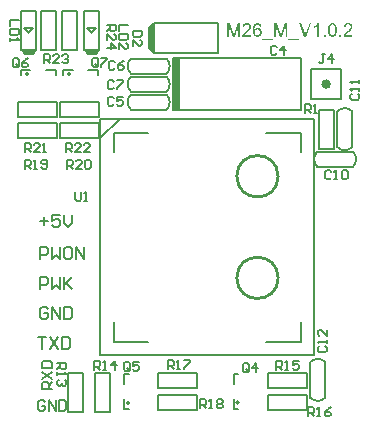
<source format=gto>
%FSLAX25Y25*%
%MOIN*%
G70*
G01*
G75*
G04 Layer_Color=65535*
%ADD10C,0.03150*%
%ADD11R,0.04299X0.02362*%
%ADD12O,0.09843X0.02756*%
%ADD13O,0.02756X0.09843*%
%ADD14R,0.03500X0.03000*%
%ADD15R,0.02362X0.04299*%
%ADD16R,0.03000X0.03500*%
%ADD17R,0.09449X0.10236*%
%ADD18R,0.04921X0.07874*%
%ADD19R,0.03937X0.04331*%
%ADD20R,0.04134X0.08661*%
%ADD21C,0.01000*%
%ADD22C,0.00800*%
%ADD23C,0.02000*%
%ADD24C,0.02500*%
%ADD25C,0.01500*%
%ADD26C,0.06000*%
%ADD27R,0.06000X0.06000*%
%ADD28C,0.02500*%
%ADD29R,0.01181X0.02165*%
%ADD30R,0.03150X0.05118*%
%ADD31R,0.11811X0.04213*%
%ADD32R,0.10236X0.09449*%
%ADD33R,0.37008X0.27559*%
%ADD34R,0.05906X0.06693*%
%ADD35C,0.01200*%
%ADD36C,0.06000*%
%ADD37C,0.04000*%
%ADD38C,0.00500*%
%ADD39C,0.01600*%
%ADD40C,0.00600*%
%ADD41R,0.01870X0.17323*%
%ADD42R,0.01181X0.08412*%
G36*
X104531Y128100D02*
X103978D01*
Y131611D01*
X103971Y131604D01*
X103944Y131577D01*
X103896Y131542D01*
X103834Y131494D01*
X103759Y131433D01*
X103671Y131372D01*
X103568Y131296D01*
X103452Y131228D01*
X103445D01*
X103438Y131221D01*
X103397Y131194D01*
X103336Y131160D01*
X103261Y131119D01*
X103172Y131071D01*
X103076Y131030D01*
X102974Y130982D01*
X102878Y130941D01*
Y131481D01*
X102885D01*
X102899Y131488D01*
X102926Y131501D01*
X102953Y131522D01*
X102994Y131542D01*
X103042Y131563D01*
X103151Y131624D01*
X103274Y131699D01*
X103411Y131788D01*
X103548Y131891D01*
X103677Y132000D01*
X103684Y132007D01*
X103691Y132014D01*
X103732Y132055D01*
X103793Y132116D01*
X103869Y132191D01*
X103951Y132287D01*
X104033Y132389D01*
X104108Y132499D01*
X104169Y132608D01*
X104531D01*
Y128100D01*
D02*
G37*
G36*
X106874D02*
X106245D01*
Y128728D01*
X106874D01*
Y128100D01*
D02*
G37*
G36*
X112099D02*
X111470D01*
Y128728D01*
X112099D01*
Y128100D01*
D02*
G37*
G36*
X80715Y132601D02*
X80769Y132594D01*
X80831Y132587D01*
X80899Y132580D01*
X80974Y132560D01*
X81138Y132519D01*
X81309Y132457D01*
X81398Y132417D01*
X81480Y132369D01*
X81555Y132307D01*
X81630Y132246D01*
X81637Y132239D01*
X81644Y132232D01*
X81664Y132212D01*
X81691Y132184D01*
X81719Y132143D01*
X81753Y132102D01*
X81821Y132000D01*
X81890Y131870D01*
X81951Y131720D01*
X81999Y131549D01*
X82006Y131454D01*
X82012Y131358D01*
Y131344D01*
Y131310D01*
X82006Y131255D01*
X81999Y131187D01*
X81985Y131105D01*
X81965Y131016D01*
X81937Y130921D01*
X81896Y130825D01*
X81890Y130812D01*
X81876Y130777D01*
X81849Y130729D01*
X81808Y130661D01*
X81760Y130579D01*
X81698Y130484D01*
X81616Y130388D01*
X81528Y130279D01*
X81514Y130265D01*
X81480Y130224D01*
X81418Y130163D01*
X81377Y130122D01*
X81330Y130074D01*
X81275Y130019D01*
X81207Y129958D01*
X81138Y129896D01*
X81063Y129821D01*
X80981Y129746D01*
X80886Y129664D01*
X80790Y129582D01*
X80681Y129487D01*
X80674Y129480D01*
X80660Y129466D01*
X80633Y129446D01*
X80599Y129418D01*
X80517Y129350D01*
X80414Y129261D01*
X80312Y129165D01*
X80203Y129070D01*
X80114Y128988D01*
X80080Y128954D01*
X80045Y128920D01*
X80039Y128913D01*
X80025Y128892D01*
X79998Y128865D01*
X79963Y128824D01*
X79888Y128735D01*
X79813Y128626D01*
X82019D01*
Y128100D01*
X79048D01*
Y128107D01*
Y128134D01*
Y128175D01*
X79055Y128223D01*
X79062Y128278D01*
X79069Y128339D01*
X79089Y128407D01*
X79110Y128476D01*
Y128482D01*
X79117Y128489D01*
X79130Y128530D01*
X79158Y128585D01*
X79199Y128667D01*
X79246Y128756D01*
X79315Y128858D01*
X79383Y128961D01*
X79472Y129070D01*
Y129077D01*
X79485Y129084D01*
X79520Y129124D01*
X79574Y129186D01*
X79656Y129268D01*
X79759Y129364D01*
X79882Y129480D01*
X80032Y129609D01*
X80196Y129753D01*
X80203Y129760D01*
X80230Y129780D01*
X80264Y129807D01*
X80312Y129855D01*
X80373Y129903D01*
X80442Y129965D01*
X80592Y130094D01*
X80756Y130251D01*
X80920Y130409D01*
X81002Y130484D01*
X81070Y130559D01*
X81132Y130634D01*
X81186Y130702D01*
Y130709D01*
X81200Y130716D01*
X81213Y130736D01*
X81227Y130764D01*
X81268Y130832D01*
X81316Y130921D01*
X81364Y131023D01*
X81405Y131132D01*
X81432Y131255D01*
X81446Y131372D01*
Y131378D01*
Y131385D01*
X81439Y131426D01*
X81432Y131488D01*
X81418Y131563D01*
X81384Y131652D01*
X81343Y131740D01*
X81289Y131836D01*
X81207Y131925D01*
X81193Y131932D01*
X81166Y131959D01*
X81111Y131993D01*
X81043Y132041D01*
X80954Y132082D01*
X80851Y132116D01*
X80729Y132143D01*
X80592Y132150D01*
X80551D01*
X80524Y132143D01*
X80455Y132136D01*
X80366Y132123D01*
X80264Y132089D01*
X80155Y132048D01*
X80052Y131986D01*
X79957Y131904D01*
X79950Y131891D01*
X79923Y131863D01*
X79882Y131809D01*
X79841Y131734D01*
X79793Y131638D01*
X79759Y131529D01*
X79731Y131399D01*
X79718Y131249D01*
X79151Y131310D01*
Y131317D01*
Y131337D01*
X79158Y131372D01*
X79164Y131413D01*
X79178Y131467D01*
X79185Y131529D01*
X79226Y131665D01*
X79281Y131822D01*
X79356Y131979D01*
X79458Y132136D01*
X79513Y132205D01*
X79581Y132273D01*
X79588Y132280D01*
X79602Y132287D01*
X79622Y132307D01*
X79649Y132328D01*
X79690Y132348D01*
X79738Y132382D01*
X79793Y132410D01*
X79854Y132444D01*
X79923Y132471D01*
X79998Y132505D01*
X80086Y132533D01*
X80175Y132553D01*
X80380Y132594D01*
X80489Y132601D01*
X80606Y132608D01*
X80667D01*
X80715Y132601D01*
D02*
G37*
G36*
X89382Y126857D02*
X85735D01*
Y127253D01*
X89382D01*
Y126857D01*
D02*
G37*
G36*
X98084D02*
X94436D01*
Y127253D01*
X98084D01*
Y126857D01*
D02*
G37*
G36*
X109271Y132601D02*
X109353Y132587D01*
X109449Y132574D01*
X109558Y132546D01*
X109667Y132505D01*
X109770Y132457D01*
X109783Y132451D01*
X109818Y132430D01*
X109865Y132396D01*
X109934Y132355D01*
X110002Y132294D01*
X110077Y132219D01*
X110152Y132136D01*
X110221Y132041D01*
X110227Y132027D01*
X110248Y131993D01*
X110282Y131932D01*
X110323Y131857D01*
X110364Y131761D01*
X110412Y131645D01*
X110459Y131515D01*
X110501Y131372D01*
Y131365D01*
X110507Y131351D01*
Y131331D01*
X110514Y131296D01*
X110528Y131262D01*
X110535Y131214D01*
X110541Y131153D01*
X110555Y131091D01*
X110562Y131016D01*
X110569Y130941D01*
X110582Y130852D01*
X110589Y130757D01*
X110596Y130654D01*
Y130552D01*
X110603Y130313D01*
Y130306D01*
Y130279D01*
Y130238D01*
Y130183D01*
X110596Y130115D01*
Y130040D01*
X110589Y129951D01*
X110582Y129855D01*
X110562Y129650D01*
X110535Y129439D01*
X110494Y129227D01*
X110466Y129131D01*
X110439Y129036D01*
Y129029D01*
X110432Y129015D01*
X110425Y128988D01*
X110412Y128954D01*
X110391Y128913D01*
X110371Y128872D01*
X110316Y128762D01*
X110248Y128640D01*
X110166Y128517D01*
X110070Y128394D01*
X109954Y128284D01*
X109947D01*
X109940Y128271D01*
X109920Y128264D01*
X109899Y128243D01*
X109824Y128202D01*
X109736Y128155D01*
X109613Y128107D01*
X109476Y128066D01*
X109319Y128039D01*
X109141Y128025D01*
X109080D01*
X109032Y128032D01*
X108977Y128039D01*
X108916Y128052D01*
X108848Y128066D01*
X108773Y128079D01*
X108609Y128134D01*
X108520Y128175D01*
X108438Y128216D01*
X108349Y128271D01*
X108267Y128332D01*
X108192Y128401D01*
X108117Y128482D01*
X108110Y128489D01*
X108096Y128510D01*
X108076Y128544D01*
X108048Y128592D01*
X108014Y128653D01*
X107980Y128728D01*
X107939Y128817D01*
X107898Y128926D01*
X107857Y129042D01*
X107816Y129179D01*
X107782Y129329D01*
X107748Y129493D01*
X107721Y129678D01*
X107700Y129869D01*
X107686Y130087D01*
X107680Y130313D01*
Y130320D01*
Y130347D01*
Y130388D01*
Y130443D01*
X107686Y130511D01*
Y130586D01*
X107693Y130675D01*
X107700Y130771D01*
X107721Y130975D01*
X107748Y131187D01*
X107782Y131399D01*
X107809Y131494D01*
X107837Y131590D01*
Y131597D01*
X107844Y131611D01*
X107857Y131638D01*
X107871Y131672D01*
X107885Y131713D01*
X107905Y131761D01*
X107960Y131870D01*
X108028Y131993D01*
X108110Y132116D01*
X108206Y132232D01*
X108322Y132341D01*
X108328D01*
X108335Y132355D01*
X108356Y132369D01*
X108383Y132382D01*
X108451Y132423D01*
X108547Y132478D01*
X108663Y132526D01*
X108807Y132567D01*
X108964Y132594D01*
X109141Y132608D01*
X109203D01*
X109271Y132601D01*
D02*
G37*
G36*
X78393Y128100D02*
X77819D01*
Y131857D01*
X76508Y128100D01*
X75975D01*
X74684Y131918D01*
Y128100D01*
X74110D01*
Y132587D01*
X74998D01*
X76064Y129411D01*
Y129404D01*
X76070Y129391D01*
X76077Y129370D01*
X76084Y129336D01*
X76111Y129261D01*
X76146Y129165D01*
X76180Y129056D01*
X76214Y128947D01*
X76248Y128838D01*
X76275Y128749D01*
X76282Y128762D01*
X76289Y128797D01*
X76310Y128851D01*
X76337Y128926D01*
X76364Y129029D01*
X76405Y129152D01*
X76460Y129295D01*
X76514Y129466D01*
X77587Y132587D01*
X78393D01*
Y128100D01*
D02*
G37*
G36*
X94061D02*
X93487D01*
Y131857D01*
X92176Y128100D01*
X91643D01*
X90352Y131918D01*
Y128100D01*
X89778D01*
Y132587D01*
X90666D01*
X91732Y129411D01*
Y129404D01*
X91738Y129391D01*
X91745Y129370D01*
X91752Y129336D01*
X91779Y129261D01*
X91814Y129165D01*
X91848Y129056D01*
X91882Y128947D01*
X91916Y128838D01*
X91943Y128749D01*
X91950Y128762D01*
X91957Y128797D01*
X91978Y128851D01*
X92005Y128926D01*
X92032Y129029D01*
X92073Y129152D01*
X92128Y129295D01*
X92182Y129466D01*
X93255Y132587D01*
X94061D01*
Y128100D01*
D02*
G37*
G36*
X84280Y132601D02*
X84321D01*
X84376Y132594D01*
X84499Y132574D01*
X84635Y132533D01*
X84779Y132478D01*
X84922Y132410D01*
X84990Y132362D01*
X85059Y132307D01*
X85066D01*
X85072Y132294D01*
X85113Y132253D01*
X85168Y132184D01*
X85236Y132096D01*
X85311Y131979D01*
X85373Y131843D01*
X85434Y131679D01*
X85469Y131494D01*
X84922Y131454D01*
Y131460D01*
Y131467D01*
X84908Y131508D01*
X84888Y131563D01*
X84868Y131631D01*
X84799Y131788D01*
X84758Y131857D01*
X84710Y131918D01*
X84704Y131932D01*
X84669Y131959D01*
X84622Y131993D01*
X84560Y132041D01*
X84478Y132082D01*
X84383Y132123D01*
X84273Y132150D01*
X84157Y132157D01*
X84109D01*
X84061Y132150D01*
X84000Y132136D01*
X83925Y132123D01*
X83843Y132096D01*
X83768Y132055D01*
X83686Y132007D01*
X83672Y132000D01*
X83645Y131973D01*
X83597Y131925D01*
X83543Y131863D01*
X83474Y131788D01*
X83406Y131693D01*
X83338Y131577D01*
X83276Y131447D01*
Y131440D01*
X83269Y131433D01*
X83262Y131406D01*
X83256Y131378D01*
X83242Y131344D01*
X83228Y131296D01*
X83215Y131242D01*
X83201Y131180D01*
X83187Y131112D01*
X83174Y131037D01*
X83160Y130948D01*
X83146Y130859D01*
X83139Y130757D01*
X83133Y130648D01*
X83126Y130532D01*
Y130415D01*
X83133Y130422D01*
X83160Y130456D01*
X83201Y130511D01*
X83262Y130579D01*
X83331Y130654D01*
X83413Y130729D01*
X83508Y130798D01*
X83611Y130859D01*
X83624Y130866D01*
X83659Y130880D01*
X83720Y130907D01*
X83795Y130934D01*
X83884Y130962D01*
X83986Y130989D01*
X84096Y131003D01*
X84212Y131010D01*
X84266D01*
X84307Y131003D01*
X84355Y130996D01*
X84410Y130989D01*
X84540Y130962D01*
X84683Y130907D01*
X84765Y130880D01*
X84840Y130839D01*
X84922Y130791D01*
X85004Y130736D01*
X85079Y130675D01*
X85154Y130600D01*
X85161Y130593D01*
X85168Y130579D01*
X85189Y130559D01*
X85216Y130525D01*
X85243Y130484D01*
X85277Y130436D01*
X85311Y130381D01*
X85352Y130320D01*
X85387Y130245D01*
X85421Y130169D01*
X85455Y130081D01*
X85482Y129992D01*
X85510Y129890D01*
X85530Y129787D01*
X85537Y129671D01*
X85544Y129555D01*
Y129548D01*
Y129534D01*
Y129514D01*
Y129487D01*
X85537Y129446D01*
Y129404D01*
X85523Y129295D01*
X85496Y129179D01*
X85469Y129042D01*
X85421Y128906D01*
X85359Y128769D01*
Y128762D01*
X85352Y128756D01*
X85339Y128735D01*
X85325Y128708D01*
X85284Y128646D01*
X85229Y128564D01*
X85154Y128476D01*
X85066Y128387D01*
X84970Y128298D01*
X84854Y128216D01*
X84840Y128209D01*
X84799Y128189D01*
X84731Y128155D01*
X84649Y128121D01*
X84540Y128086D01*
X84417Y128052D01*
X84280Y128032D01*
X84137Y128025D01*
X84109D01*
X84068Y128032D01*
X84021D01*
X83966Y128039D01*
X83898Y128052D01*
X83823Y128066D01*
X83741Y128086D01*
X83652Y128114D01*
X83556Y128148D01*
X83467Y128189D01*
X83372Y128237D01*
X83276Y128298D01*
X83180Y128366D01*
X83092Y128442D01*
X83010Y128530D01*
X83003Y128537D01*
X82989Y128558D01*
X82969Y128585D01*
X82941Y128626D01*
X82907Y128681D01*
X82873Y128749D01*
X82832Y128831D01*
X82798Y128926D01*
X82757Y129036D01*
X82716Y129159D01*
X82682Y129295D01*
X82648Y129446D01*
X82620Y129609D01*
X82600Y129794D01*
X82586Y129985D01*
X82579Y130197D01*
Y130204D01*
Y130210D01*
Y130231D01*
Y130251D01*
Y130320D01*
X82586Y130409D01*
X82593Y130518D01*
X82607Y130641D01*
X82620Y130777D01*
X82641Y130921D01*
X82661Y131078D01*
X82696Y131235D01*
X82736Y131392D01*
X82784Y131542D01*
X82839Y131699D01*
X82901Y131836D01*
X82976Y131973D01*
X83057Y132089D01*
X83064Y132096D01*
X83078Y132109D01*
X83099Y132136D01*
X83133Y132171D01*
X83180Y132212D01*
X83228Y132253D01*
X83290Y132300D01*
X83358Y132348D01*
X83433Y132396D01*
X83522Y132444D01*
X83611Y132485D01*
X83713Y132526D01*
X83823Y132560D01*
X83939Y132587D01*
X84061Y132601D01*
X84191Y132608D01*
X84239D01*
X84280Y132601D01*
D02*
G37*
G36*
X100385Y128100D02*
X99777D01*
X98036Y132587D01*
X98685D01*
X99846Y129329D01*
Y129323D01*
X99853Y129309D01*
X99859Y129288D01*
X99873Y129261D01*
X99893Y129186D01*
X99928Y129090D01*
X99969Y128974D01*
X100010Y128851D01*
X100085Y128592D01*
Y128599D01*
X100092Y128605D01*
X100098Y128626D01*
X100105Y128653D01*
X100126Y128728D01*
X100153Y128824D01*
X100187Y128933D01*
X100228Y129056D01*
X100276Y129193D01*
X100324Y129329D01*
X101540Y132587D01*
X102141D01*
X100385Y128100D01*
D02*
G37*
G36*
X114496Y132601D02*
X114551Y132594D01*
X114612Y132587D01*
X114680Y132580D01*
X114756Y132560D01*
X114919Y132519D01*
X115090Y132457D01*
X115179Y132417D01*
X115261Y132369D01*
X115336Y132307D01*
X115411Y132246D01*
X115418Y132239D01*
X115425Y132232D01*
X115445Y132212D01*
X115473Y132184D01*
X115500Y132143D01*
X115534Y132102D01*
X115603Y132000D01*
X115671Y131870D01*
X115732Y131720D01*
X115780Y131549D01*
X115787Y131454D01*
X115794Y131358D01*
Y131344D01*
Y131310D01*
X115787Y131255D01*
X115780Y131187D01*
X115766Y131105D01*
X115746Y131016D01*
X115719Y130921D01*
X115678Y130825D01*
X115671Y130812D01*
X115657Y130777D01*
X115630Y130729D01*
X115589Y130661D01*
X115541Y130579D01*
X115480Y130484D01*
X115398Y130388D01*
X115309Y130279D01*
X115295Y130265D01*
X115261Y130224D01*
X115199Y130163D01*
X115158Y130122D01*
X115111Y130074D01*
X115056Y130019D01*
X114988Y129958D01*
X114919Y129896D01*
X114844Y129821D01*
X114762Y129746D01*
X114667Y129664D01*
X114571Y129582D01*
X114462Y129487D01*
X114455Y129480D01*
X114441Y129466D01*
X114414Y129446D01*
X114380Y129418D01*
X114298Y129350D01*
X114196Y129261D01*
X114093Y129165D01*
X113984Y129070D01*
X113895Y128988D01*
X113861Y128954D01*
X113827Y128920D01*
X113820Y128913D01*
X113806Y128892D01*
X113779Y128865D01*
X113745Y128824D01*
X113670Y128735D01*
X113594Y128626D01*
X115801D01*
Y128100D01*
X112829D01*
Y128107D01*
Y128134D01*
Y128175D01*
X112836Y128223D01*
X112843Y128278D01*
X112850Y128339D01*
X112871Y128407D01*
X112891Y128476D01*
Y128482D01*
X112898Y128489D01*
X112911Y128530D01*
X112939Y128585D01*
X112980Y128667D01*
X113028Y128756D01*
X113096Y128858D01*
X113164Y128961D01*
X113253Y129070D01*
Y129077D01*
X113267Y129084D01*
X113301Y129124D01*
X113355Y129186D01*
X113437Y129268D01*
X113540Y129364D01*
X113663Y129480D01*
X113813Y129609D01*
X113977Y129753D01*
X113984Y129760D01*
X114011Y129780D01*
X114045Y129807D01*
X114093Y129855D01*
X114155Y129903D01*
X114223Y129965D01*
X114373Y130094D01*
X114537Y130251D01*
X114701Y130409D01*
X114783Y130484D01*
X114851Y130559D01*
X114913Y130634D01*
X114967Y130702D01*
Y130709D01*
X114981Y130716D01*
X114995Y130736D01*
X115008Y130764D01*
X115049Y130832D01*
X115097Y130921D01*
X115145Y131023D01*
X115186Y131132D01*
X115213Y131255D01*
X115227Y131372D01*
Y131378D01*
Y131385D01*
X115220Y131426D01*
X115213Y131488D01*
X115199Y131563D01*
X115165Y131652D01*
X115124Y131740D01*
X115070Y131836D01*
X114988Y131925D01*
X114974Y131932D01*
X114947Y131959D01*
X114892Y131993D01*
X114824Y132041D01*
X114735Y132082D01*
X114633Y132116D01*
X114510Y132143D01*
X114373Y132150D01*
X114332D01*
X114305Y132143D01*
X114236Y132136D01*
X114148Y132123D01*
X114045Y132089D01*
X113936Y132048D01*
X113833Y131986D01*
X113738Y131904D01*
X113731Y131891D01*
X113704Y131863D01*
X113663Y131809D01*
X113622Y131734D01*
X113574Y131638D01*
X113540Y131529D01*
X113513Y131399D01*
X113499Y131249D01*
X112932Y131310D01*
Y131317D01*
Y131337D01*
X112939Y131372D01*
X112946Y131413D01*
X112959Y131467D01*
X112966Y131529D01*
X113007Y131665D01*
X113062Y131822D01*
X113137Y131979D01*
X113239Y132136D01*
X113294Y132205D01*
X113362Y132273D01*
X113369Y132280D01*
X113383Y132287D01*
X113403Y132307D01*
X113431Y132328D01*
X113471Y132348D01*
X113519Y132382D01*
X113574Y132410D01*
X113635Y132444D01*
X113704Y132471D01*
X113779Y132505D01*
X113868Y132533D01*
X113956Y132553D01*
X114161Y132594D01*
X114271Y132601D01*
X114387Y132608D01*
X114448D01*
X114496Y132601D01*
D02*
G37*
%LPC*%
G36*
X84102Y130525D02*
X84068D01*
X84041Y130518D01*
X83973Y130511D01*
X83884Y130491D01*
X83788Y130456D01*
X83679Y130409D01*
X83577Y130340D01*
X83474Y130251D01*
X83460Y130238D01*
X83433Y130204D01*
X83392Y130142D01*
X83344Y130067D01*
X83297Y129965D01*
X83256Y129842D01*
X83228Y129705D01*
X83215Y129548D01*
Y129534D01*
Y129500D01*
X83222Y129446D01*
X83228Y129377D01*
X83242Y129288D01*
X83262Y129200D01*
X83290Y129104D01*
X83331Y129002D01*
X83338Y128988D01*
X83351Y128961D01*
X83378Y128913D01*
X83420Y128858D01*
X83467Y128790D01*
X83522Y128728D01*
X83590Y128660D01*
X83665Y128605D01*
X83672Y128599D01*
X83706Y128585D01*
X83747Y128564D01*
X83802Y128544D01*
X83870Y128517D01*
X83952Y128496D01*
X84034Y128482D01*
X84123Y128476D01*
X84157D01*
X84184Y128482D01*
X84246Y128489D01*
X84335Y128510D01*
X84424Y128544D01*
X84526Y128592D01*
X84628Y128660D01*
X84724Y128756D01*
X84738Y128769D01*
X84765Y128810D01*
X84806Y128872D01*
X84854Y128954D01*
X84895Y129063D01*
X84936Y129200D01*
X84963Y129350D01*
X84977Y129521D01*
Y129527D01*
Y129541D01*
Y129569D01*
X84970Y129596D01*
Y129637D01*
X84963Y129685D01*
X84949Y129787D01*
X84915Y129903D01*
X84874Y130026D01*
X84813Y130142D01*
X84731Y130251D01*
X84717Y130265D01*
X84690Y130292D01*
X84635Y130340D01*
X84560Y130388D01*
X84471Y130436D01*
X84362Y130484D01*
X84239Y130511D01*
X84102Y130525D01*
D02*
G37*
G36*
X109134Y132150D02*
X109100D01*
X109073Y132143D01*
X109005Y132136D01*
X108916Y132109D01*
X108820Y132068D01*
X108718Y132014D01*
X108615Y131932D01*
X108568Y131877D01*
X108527Y131822D01*
Y131816D01*
X108513Y131802D01*
X108499Y131774D01*
X108486Y131740D01*
X108465Y131693D01*
X108438Y131638D01*
X108411Y131563D01*
X108390Y131481D01*
X108363Y131385D01*
X108335Y131276D01*
X108315Y131153D01*
X108288Y131010D01*
X108274Y130859D01*
X108260Y130695D01*
X108247Y130511D01*
Y130313D01*
Y130299D01*
Y130265D01*
Y130210D01*
X108253Y130135D01*
Y130047D01*
X108260Y129944D01*
X108267Y129828D01*
X108281Y129712D01*
X108308Y129466D01*
X108356Y129220D01*
X108383Y129111D01*
X108417Y129008D01*
X108458Y128913D01*
X108499Y128838D01*
Y128831D01*
X108513Y128824D01*
X108547Y128783D01*
X108602Y128721D01*
X108677Y128660D01*
X108773Y128592D01*
X108882Y128530D01*
X109005Y128489D01*
X109073Y128482D01*
X109141Y128476D01*
X109176D01*
X109203Y128482D01*
X109271Y128496D01*
X109360Y128524D01*
X109462Y128564D01*
X109565Y128626D01*
X109619Y128667D01*
X109674Y128721D01*
X109729Y128776D01*
X109776Y128838D01*
Y128844D01*
X109790Y128858D01*
X109804Y128879D01*
X109818Y128913D01*
X109838Y128954D01*
X109859Y129015D01*
X109879Y129084D01*
X109906Y129159D01*
X109934Y129254D01*
X109954Y129357D01*
X109975Y129480D01*
X109995Y129616D01*
X110016Y129766D01*
X110022Y129930D01*
X110036Y130115D01*
Y130313D01*
Y130327D01*
Y130361D01*
Y130415D01*
X110029Y130491D01*
Y130579D01*
X110022Y130682D01*
X110016Y130791D01*
X110002Y130914D01*
X109975Y131160D01*
X109927Y131399D01*
X109899Y131515D01*
X109865Y131617D01*
X109824Y131706D01*
X109776Y131781D01*
Y131788D01*
X109763Y131795D01*
X109729Y131836D01*
X109674Y131897D01*
X109599Y131966D01*
X109503Y132034D01*
X109394Y132096D01*
X109271Y132136D01*
X109203Y132143D01*
X109134Y132150D01*
D02*
G37*
%LPD*%
D21*
X91032Y47675D02*
G03*
X91032Y47675I-6890J0D01*
G01*
Y81533D02*
G03*
X91032Y81533I-6890J0D01*
G01*
D22*
X36308Y96100D02*
X47725D01*
X36308Y89604D02*
Y96100D01*
X98513Y26415D02*
Y32911D01*
X87095Y26415D02*
X98513D01*
X36308D02*
X47725D01*
X36308D02*
Y32911D01*
X98513Y89604D02*
Y96100D01*
X87095D02*
X98513D01*
X31780Y94198D02*
X38210Y100628D01*
X31780D02*
X103040D01*
Y21887D02*
Y100628D01*
X31780Y21887D02*
Y100628D01*
Y21887D02*
X103040D01*
X48138Y124158D02*
X49559Y122736D01*
X48198Y131217D02*
X49559Y132579D01*
X49619D01*
X48198Y130217D02*
Y131158D01*
X49559Y122736D02*
X51749D01*
X48138Y124158D02*
Y131158D01*
X49619Y122736D02*
Y132579D01*
X70879Y122736D02*
Y132557D01*
X49619Y132579D02*
X70879D01*
X49619Y122736D02*
X70879D01*
X101910Y117360D02*
X112146D01*
Y107124D02*
Y117360D01*
X101910Y107124D02*
X112146D01*
X101910D02*
Y117360D01*
D38*
X41567Y6000D02*
G03*
X41567Y6000I-500J0D01*
G01*
X7853Y115701D02*
G03*
X7853Y115701I-500J0D01*
G01*
X106724Y19632D02*
G03*
X101774Y19632I-2475J-2475D01*
G01*
Y7683D02*
G03*
X106724Y7683I2475J2475D01*
G01*
X115703Y103217D02*
G03*
X110754Y103217I-2475J-2475D01*
G01*
Y91267D02*
G03*
X115703Y91267I2475J2475D01*
G01*
X104053Y89717D02*
G03*
X104053Y84767I2475J-2475D01*
G01*
X116003D02*
G03*
X116003Y89717I-2475J2475D01*
G01*
X41935Y114732D02*
G03*
X41935Y109783I2475J-2475D01*
G01*
X53885D02*
G03*
X53885Y114732I-2475J2475D01*
G01*
X41935Y120732D02*
G03*
X41935Y115783I2475J-2475D01*
G01*
X53885D02*
G03*
X53885Y120732I-2475J2475D01*
G01*
X41935Y108732D02*
G03*
X41935Y103783I2475J-2475D01*
G01*
X53885D02*
G03*
X53885Y108732I-2475J2475D01*
G01*
X21910Y115701D02*
G03*
X21910Y115701I-500J0D01*
G01*
X77967Y6000D02*
G03*
X77967Y6000I-500J0D01*
G01*
X39811Y12352D02*
Y15646D01*
X41386D01*
X39811Y3835D02*
Y7128D01*
Y3835D02*
X41386D01*
X4353Y99158D02*
X17353D01*
X4353Y94157D02*
X17353D01*
Y99158D01*
X4353Y94157D02*
Y99158D01*
X13705Y116957D02*
X16998D01*
Y115382D02*
Y116957D01*
X5187D02*
X8480D01*
X5187Y115382D02*
Y116957D01*
X30110Y3000D02*
X35110D01*
X30110Y16000D02*
X35110D01*
Y3000D02*
Y16000D01*
X30110Y3000D02*
Y16000D01*
X51110Y3500D02*
Y8500D01*
X64110Y3500D02*
Y8500D01*
X51110Y3500D02*
X64110D01*
X51110Y8500D02*
X64110D01*
X51110Y10980D02*
Y15980D01*
X64110Y10980D02*
Y15980D01*
X51110Y10980D02*
X64110D01*
X51110Y15980D02*
X64110D01*
X23910Y123758D02*
Y136758D01*
X18910Y123758D02*
Y136758D01*
Y123758D02*
X23910D01*
X18910Y136758D02*
X23910D01*
X16910Y123758D02*
Y136758D01*
X11910Y123758D02*
Y136758D01*
Y123758D02*
X16910D01*
X11910Y136758D02*
X16910D01*
X27795Y122372D02*
X30175D01*
X31410Y123608D01*
Y123758D01*
X29015Y129517D02*
X30428Y130930D01*
X27469D02*
X28949Y129451D01*
X27447Y130930D02*
X30447D01*
X26410Y123758D02*
Y136758D01*
X31410Y123758D02*
Y136758D01*
X26410D02*
X31410D01*
X26410Y123758D02*
X31410D01*
X27656Y122713D02*
X30516D01*
X27183Y123187D02*
X30989D01*
X31410Y123608D01*
X30516Y122713D02*
X30989Y123187D01*
X27183D02*
X27656Y122713D01*
X26552Y123616D02*
X31410D01*
X26552D02*
X27795Y122372D01*
X6795D02*
X9175D01*
X10410Y123608D01*
Y123758D01*
X8015Y129517D02*
X9428Y130930D01*
X6469D02*
X7949Y129451D01*
X6447Y130930D02*
X9447D01*
X5410Y123758D02*
Y136758D01*
X10410Y123758D02*
Y136758D01*
X5410D02*
X10410D01*
X5410Y123758D02*
X10410D01*
X6656Y122713D02*
X9516D01*
X6183Y123187D02*
X9989D01*
X10410Y123608D01*
X9516Y122713D02*
X9989Y123187D01*
X6183D02*
X6656Y122713D01*
X5552Y123616D02*
X10410D01*
X5552D02*
X6795Y122372D01*
X56101Y120919D02*
X57971D01*
X56101Y103596D02*
X57971D01*
X56101D02*
Y120919D01*
X98691Y103596D02*
Y120919D01*
X57971Y103596D02*
Y120919D01*
Y103596D02*
X98691D01*
X57971Y120919D02*
X98691D01*
X101749Y7757D02*
Y19557D01*
X106749Y7757D02*
Y19557D01*
X21110Y3000D02*
X26110D01*
X21110Y16000D02*
X26110D01*
Y3000D02*
Y16000D01*
X21110Y3000D02*
Y16000D01*
X104528Y103742D02*
X109528D01*
X104528Y90742D02*
X109528D01*
X104528D02*
Y103742D01*
X109528Y90742D02*
Y103742D01*
X110728Y91342D02*
Y103142D01*
X115728Y91342D02*
Y103142D01*
X104128Y84742D02*
X115928D01*
X104128Y89742D02*
X115928D01*
X87510Y8500D02*
X100510D01*
X87510Y3500D02*
X100510D01*
Y8500D01*
X87510Y3500D02*
Y8500D01*
Y15980D02*
X100510D01*
X87510Y10980D02*
X100510D01*
Y15980D01*
X87510Y10980D02*
Y15980D01*
X42010Y109757D02*
X53810D01*
X42010Y114758D02*
X53810D01*
X42010Y115758D02*
X53810D01*
X42010Y120757D02*
X53810D01*
X42010Y103758D02*
X53810D01*
X42010Y108757D02*
X53810D01*
X19245Y115382D02*
Y116957D01*
X22538D01*
X31056Y115382D02*
Y116957D01*
X27763D02*
X31056D01*
X31410Y101157D02*
Y106158D01*
X18410Y101157D02*
Y106158D01*
X31410D01*
X18410Y101157D02*
X31410D01*
X18410Y94157D02*
Y99158D01*
X31410Y94157D02*
Y99158D01*
X18410Y94157D02*
X31410D01*
X18410Y99158D02*
X31410D01*
X17353Y101157D02*
Y106158D01*
X4353Y101157D02*
Y106158D01*
X17353D01*
X4353Y101157D02*
X17353D01*
X76211Y3835D02*
X77786D01*
X76211D02*
Y7128D01*
Y15646D02*
X77786D01*
X76211Y12352D02*
Y15646D01*
X23410Y76357D02*
Y73857D01*
X23910Y73357D01*
X24910D01*
X25410Y73857D01*
Y76357D01*
X26409Y73357D02*
X27409D01*
X26909D01*
Y76357D01*
X26409Y75857D01*
X4499Y118400D02*
Y120399D01*
X3999Y120899D01*
X3000D01*
X2500Y120399D01*
Y118400D01*
X3000Y117900D01*
X3999D01*
X3500Y118900D02*
X4499Y117900D01*
X3999D02*
X4499Y118400D01*
X7498Y120899D02*
X6499Y120399D01*
X5499Y119399D01*
Y118400D01*
X5999Y117900D01*
X6999D01*
X7498Y118400D01*
Y118900D01*
X6999Y119399D01*
X5499D01*
X65010Y4285D02*
Y7284D01*
X66510D01*
X67010Y6784D01*
Y5785D01*
X66510Y5285D01*
X65010D01*
X66010D02*
X67010Y4285D01*
X68009D02*
X69009D01*
X68509D01*
Y7284D01*
X68009Y6784D01*
X70508D02*
X71008Y7284D01*
X72008D01*
X72508Y6784D01*
Y6284D01*
X72008Y5785D01*
X72508Y5285D01*
Y4785D01*
X72008Y4285D01*
X71008D01*
X70508Y4785D01*
Y5285D01*
X71008Y5785D01*
X70508Y6284D01*
Y6784D01*
X71008Y5785D02*
X72008D01*
X54249Y17157D02*
Y20156D01*
X55748D01*
X56248Y19657D01*
Y18657D01*
X55748Y18157D01*
X54249D01*
X55248D02*
X56248Y17157D01*
X57248D02*
X58248D01*
X57748D01*
Y20156D01*
X57248Y19657D01*
X59747Y20156D02*
X61746D01*
Y19657D01*
X59747Y17657D01*
Y17157D01*
X29700Y17000D02*
Y19999D01*
X31199D01*
X31699Y19499D01*
Y18499D01*
X31199Y18000D01*
X29700D01*
X30700D02*
X31699Y17000D01*
X32699D02*
X33699D01*
X33199D01*
Y19999D01*
X32699Y19499D01*
X36698Y17000D02*
Y19999D01*
X35198Y18499D01*
X37198D01*
X41510Y17200D02*
Y19199D01*
X41010Y19699D01*
X40010D01*
X39510Y19199D01*
Y17200D01*
X40010Y16700D01*
X41010D01*
X40510Y17700D02*
X41510Y16700D01*
X41010D02*
X41510Y17200D01*
X44509Y19699D02*
X42509D01*
Y18200D01*
X43509Y18699D01*
X44009D01*
X44509Y18200D01*
Y17200D01*
X44009Y16700D01*
X43009D01*
X42509Y17200D01*
X33850Y131934D02*
X36849D01*
Y130435D01*
X36349Y129935D01*
X35350D01*
X34850Y130435D01*
Y131934D01*
Y130934D02*
X33850Y129935D01*
Y126936D02*
Y128935D01*
X35849Y126936D01*
X36349D01*
X36849Y127436D01*
Y128435D01*
X36349Y128935D01*
X33850Y124436D02*
X36849D01*
X35350Y125936D01*
Y123937D01*
X13100Y119200D02*
Y122199D01*
X14600D01*
X15099Y121699D01*
Y120700D01*
X14600Y120200D01*
X13100D01*
X14100D02*
X15099Y119200D01*
X18098D02*
X16099D01*
X18098Y121199D01*
Y121699D01*
X17599Y122199D01*
X16599D01*
X16099Y121699D01*
X19098D02*
X19598Y122199D01*
X20598D01*
X21097Y121699D01*
Y121199D01*
X20598Y120700D01*
X20098D01*
X20598D01*
X21097Y120200D01*
Y119700D01*
X20598Y119200D01*
X19598D01*
X19098Y119700D01*
X106528Y122221D02*
X105528D01*
X106028D01*
Y119722D01*
X105528Y119222D01*
X105028D01*
X104528Y119722D01*
X109027Y119222D02*
Y122221D01*
X107527Y120722D01*
X109527D01*
X101110Y1600D02*
Y4599D01*
X102610D01*
X103110Y4099D01*
Y3100D01*
X102610Y2600D01*
X101110D01*
X102110D02*
X103110Y1600D01*
X104109D02*
X105109D01*
X104609D01*
Y4599D01*
X104109Y4099D01*
X108608Y4599D02*
X107608Y4099D01*
X106608Y3100D01*
Y2100D01*
X107108Y1600D01*
X108108D01*
X108608Y2100D01*
Y2600D01*
X108108Y3100D01*
X106608D01*
X90400Y17000D02*
Y19999D01*
X91900D01*
X92399Y19499D01*
Y18499D01*
X91900Y18000D01*
X90400D01*
X91400D02*
X92399Y17000D01*
X93399D02*
X94399D01*
X93899D01*
Y19999D01*
X93399Y19499D01*
X97898Y19999D02*
X95898D01*
Y18499D01*
X96898Y18999D01*
X97398D01*
X97898Y18499D01*
Y17500D01*
X97398Y17000D01*
X96398D01*
X95898Y17500D01*
X17410Y19200D02*
X20409D01*
Y17700D01*
X19909Y17201D01*
X18910D01*
X18410Y17700D01*
Y19200D01*
Y18200D02*
X17410Y17201D01*
Y16201D02*
Y15201D01*
Y15701D01*
X20409D01*
X19909Y16201D01*
Y13702D02*
X20409Y13202D01*
Y12202D01*
X19909Y11702D01*
X19410D01*
X18910Y12202D01*
Y12702D01*
Y12202D01*
X18410Y11702D01*
X17910D01*
X17410Y12202D01*
Y13202D01*
X17910Y13702D01*
X90610Y124599D02*
X90110Y125099D01*
X89110D01*
X88610Y124599D01*
Y122600D01*
X89110Y122100D01*
X90110D01*
X90610Y122600D01*
X93109Y122100D02*
Y125099D01*
X91609Y123600D01*
X93609D01*
X104811Y24799D02*
X104311Y24299D01*
Y23300D01*
X104811Y22800D01*
X106810D01*
X107310Y23300D01*
Y24299D01*
X106810Y24799D01*
X107310Y25799D02*
Y26799D01*
Y26299D01*
X104311D01*
X104811Y25799D01*
X107310Y30298D02*
Y28298D01*
X105311Y30298D01*
X104811D01*
X104311Y29798D01*
Y28798D01*
X104811Y28298D01*
X108810Y83099D02*
X108310Y83599D01*
X107310D01*
X106810Y83099D01*
Y81100D01*
X107310Y80600D01*
X108310D01*
X108810Y81100D01*
X109809Y80600D02*
X110809D01*
X110309D01*
Y83599D01*
X109809Y83099D01*
X112309D02*
X112808Y83599D01*
X113808D01*
X114308Y83099D01*
Y81100D01*
X113808Y80600D01*
X112808D01*
X112309Y81100D01*
Y83099D01*
X115611Y108999D02*
X115111Y108500D01*
Y107500D01*
X115611Y107000D01*
X117610D01*
X118110Y107500D01*
Y108500D01*
X117610Y108999D01*
X118110Y109999D02*
Y110999D01*
Y110499D01*
X115111D01*
X115611Y109999D01*
X118110Y112498D02*
Y113498D01*
Y112998D01*
X115111D01*
X115611Y112498D01*
X40899Y131800D02*
X37900D01*
Y129801D01*
X40899Y128801D02*
X37900D01*
Y127301D01*
X38400Y126802D01*
X40399D01*
X40899Y127301D01*
Y128801D01*
X37900Y123803D02*
Y125802D01*
X39899Y123803D01*
X40399D01*
X40899Y124302D01*
Y125302D01*
X40399Y125802D01*
X4499Y133500D02*
X1500D01*
Y131501D01*
X4499Y130501D02*
X1500D01*
Y129001D01*
X2000Y128502D01*
X3999D01*
X4499Y129001D01*
Y130501D01*
X1500Y127502D02*
Y126502D01*
Y127002D01*
X4499D01*
X3999Y127502D01*
X99910Y102500D02*
Y105499D01*
X101410D01*
X101910Y104999D01*
Y103999D01*
X101410Y103500D01*
X99910D01*
X100910D02*
X101910Y102500D01*
X102909D02*
X103909D01*
X103409D01*
Y105499D01*
X102909Y104999D01*
X45599Y130100D02*
X42600D01*
Y128601D01*
X43100Y128101D01*
X45099D01*
X45599Y128601D01*
Y130100D01*
X42600Y125102D02*
Y127101D01*
X44599Y125102D01*
X45099D01*
X45599Y125601D01*
Y126601D01*
X45099Y127101D01*
X36299Y112999D02*
X35800Y113499D01*
X34800D01*
X34300Y112999D01*
Y111000D01*
X34800Y110500D01*
X35800D01*
X36299Y111000D01*
X37299Y113499D02*
X39298D01*
Y112999D01*
X37299Y111000D01*
Y110500D01*
X36499Y119599D02*
X36000Y120099D01*
X35000D01*
X34500Y119599D01*
Y117600D01*
X35000Y117100D01*
X36000D01*
X36499Y117600D01*
X39498Y120099D02*
X38499Y119599D01*
X37499Y118599D01*
Y117600D01*
X37999Y117100D01*
X38999D01*
X39498Y117600D01*
Y118100D01*
X38999Y118599D01*
X37499D01*
X36299Y107499D02*
X35800Y107999D01*
X34800D01*
X34300Y107499D01*
Y105500D01*
X34800Y105000D01*
X35800D01*
X36299Y105500D01*
X39298Y107999D02*
X37299D01*
Y106500D01*
X38299Y106999D01*
X38799D01*
X39298Y106500D01*
Y105500D01*
X38799Y105000D01*
X37799D01*
X37299Y105500D01*
X30999Y118500D02*
Y120499D01*
X30500Y120999D01*
X29500D01*
X29000Y120499D01*
Y118500D01*
X29500Y118000D01*
X30500D01*
X30000Y119000D02*
X30999Y118000D01*
X30500D02*
X30999Y118500D01*
X31999Y120999D02*
X33998D01*
Y120499D01*
X31999Y118500D01*
Y118000D01*
X20500Y84000D02*
Y86999D01*
X22000D01*
X22499Y86499D01*
Y85500D01*
X22000Y85000D01*
X20500D01*
X21500D02*
X22499Y84000D01*
X25498D02*
X23499D01*
X25498Y85999D01*
Y86499D01*
X24999Y86999D01*
X23999D01*
X23499Y86499D01*
X26498D02*
X26998Y86999D01*
X27998D01*
X28497Y86499D01*
Y84500D01*
X27998Y84000D01*
X26998D01*
X26498Y84500D01*
Y86499D01*
X20210Y89557D02*
Y92557D01*
X21710D01*
X22210Y92057D01*
Y91057D01*
X21710Y90557D01*
X20210D01*
X21210D02*
X22210Y89557D01*
X25209D02*
X23209D01*
X25209Y91557D01*
Y92057D01*
X24709Y92557D01*
X23709D01*
X23209Y92057D01*
X28208Y89557D02*
X26208D01*
X28208Y91557D01*
Y92057D01*
X27708Y92557D01*
X26708D01*
X26208Y92057D01*
X6500Y84000D02*
Y86999D01*
X7999D01*
X8499Y86499D01*
Y85500D01*
X7999Y85000D01*
X6500D01*
X7500D02*
X8499Y84000D01*
X9499D02*
X10499D01*
X9999D01*
Y86999D01*
X9499Y86499D01*
X11998Y84500D02*
X12498Y84000D01*
X13498D01*
X13998Y84500D01*
Y86499D01*
X13498Y86999D01*
X12498D01*
X11998Y86499D01*
Y85999D01*
X12498Y85500D01*
X13998D01*
X6500Y89500D02*
Y92499D01*
X7999D01*
X8499Y91999D01*
Y91000D01*
X7999Y90500D01*
X6500D01*
X7500D02*
X8499Y89500D01*
X11498D02*
X9499D01*
X11498Y91499D01*
Y91999D01*
X10999Y92499D01*
X9999D01*
X9499Y91999D01*
X12498Y89500D02*
X13498D01*
X12998D01*
Y92499D01*
X12498Y91999D01*
X81236Y16773D02*
Y18773D01*
X80736Y19273D01*
X79737D01*
X79237Y18773D01*
Y16773D01*
X79737Y16274D01*
X80736D01*
X80236Y17273D02*
X81236Y16274D01*
X80736D02*
X81236Y16773D01*
X83735Y16274D02*
Y19273D01*
X82236Y17773D01*
X84235D01*
D39*
X107816Y112242D02*
G03*
X107816Y112242I-787J0D01*
G01*
D40*
X13343Y6216D02*
X12760Y6799D01*
X11593D01*
X11010Y6216D01*
Y3883D01*
X11593Y3300D01*
X12760D01*
X13343Y3883D01*
Y5049D01*
X12177D01*
X14509Y3300D02*
Y6799D01*
X16842Y3300D01*
Y6799D01*
X18008D02*
Y3300D01*
X19757D01*
X20341Y3883D01*
Y6216D01*
X19757Y6799D01*
X18008D01*
X15710Y10500D02*
X12211D01*
Y12249D01*
X12795Y12833D01*
X13961D01*
X14544Y12249D01*
Y10500D01*
Y11666D02*
X15710Y12833D01*
X12211Y13999D02*
X15710Y16331D01*
X12211D02*
X15710Y13999D01*
X12211Y17498D02*
X15710D01*
Y19247D01*
X15127Y19830D01*
X12795D01*
X12211Y19247D01*
Y17498D01*
X11010Y27799D02*
X13676D01*
X12343D01*
Y23800D01*
X15009Y27799D02*
X17675Y23800D01*
Y27799D02*
X15009Y23800D01*
X19008Y27799D02*
Y23800D01*
X21007D01*
X21674Y24466D01*
Y27132D01*
X21007Y27799D01*
X19008D01*
X14376Y37132D02*
X13710Y37799D01*
X12377D01*
X11710Y37132D01*
Y34466D01*
X12377Y33800D01*
X13710D01*
X14376Y34466D01*
Y35799D01*
X13043D01*
X15709Y33800D02*
Y37799D01*
X18375Y33800D01*
Y37799D01*
X19708D02*
Y33800D01*
X21707D01*
X22374Y34466D01*
Y37132D01*
X21707Y37799D01*
X19708D01*
X11710Y54000D02*
Y57999D01*
X13710D01*
X14376Y57332D01*
Y55999D01*
X13710Y55333D01*
X11710D01*
X15709Y57999D02*
Y54000D01*
X17042Y55333D01*
X18375Y54000D01*
Y57999D01*
X21707D02*
X20374D01*
X19708Y57332D01*
Y54666D01*
X20374Y54000D01*
X21707D01*
X22374Y54666D01*
Y57332D01*
X21707Y57999D01*
X23706Y54000D02*
Y57999D01*
X26372Y54000D01*
Y57999D01*
X11810Y43800D02*
Y47799D01*
X13810D01*
X14476Y47132D01*
Y45799D01*
X13810Y45133D01*
X11810D01*
X15809Y47799D02*
Y43800D01*
X17142Y45133D01*
X18475Y43800D01*
Y47799D01*
X19808D02*
Y43800D01*
Y45133D01*
X22474Y47799D01*
X20474Y45799D01*
X22474Y43800D01*
X11710Y66499D02*
X14376D01*
X13043Y67832D02*
Y65166D01*
X18375Y68499D02*
X15709D01*
Y66499D01*
X17042Y67166D01*
X17708D01*
X18375Y66499D01*
Y65166D01*
X17708Y64500D01*
X16375D01*
X15709Y65166D01*
X19708Y68499D02*
Y65833D01*
X21041Y64500D01*
X22374Y65833D01*
Y68499D01*
D41*
X57036Y112258D02*
D03*
D42*
X48912Y127463D02*
D03*
M02*

</source>
